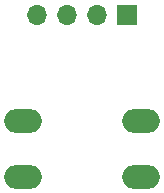
<source format=gbr>
%TF.GenerationSoftware,KiCad,Pcbnew,8.0.3*%
%TF.CreationDate,2024-06-08T15:38:28+12:00*%
%TF.ProjectId,toggle_switch_breakout,746f6767-6c65-45f7-9377-697463685f62,0.1.1*%
%TF.SameCoordinates,Original*%
%TF.FileFunction,Soldermask,Bot*%
%TF.FilePolarity,Negative*%
%FSLAX46Y46*%
G04 Gerber Fmt 4.6, Leading zero omitted, Abs format (unit mm)*
G04 Created by KiCad (PCBNEW 8.0.3) date 2024-06-08 15:38:28*
%MOMM*%
%LPD*%
G01*
G04 APERTURE LIST*
%ADD10O,3.200000X2.000000*%
%ADD11R,1.700000X1.700000*%
%ADD12O,1.700000X1.700000*%
G04 APERTURE END LIST*
D10*
%TO.C,SW2*%
X110000000Y-63100000D03*
X110000000Y-67800000D03*
%TD*%
%TO.C,SW1*%
X100000000Y-63100000D03*
X100000000Y-67800000D03*
%TD*%
D11*
%TO.C,J1*%
X108800000Y-54100000D03*
D12*
X106260000Y-54100000D03*
X103720000Y-54100000D03*
X101180000Y-54100000D03*
%TD*%
M02*

</source>
